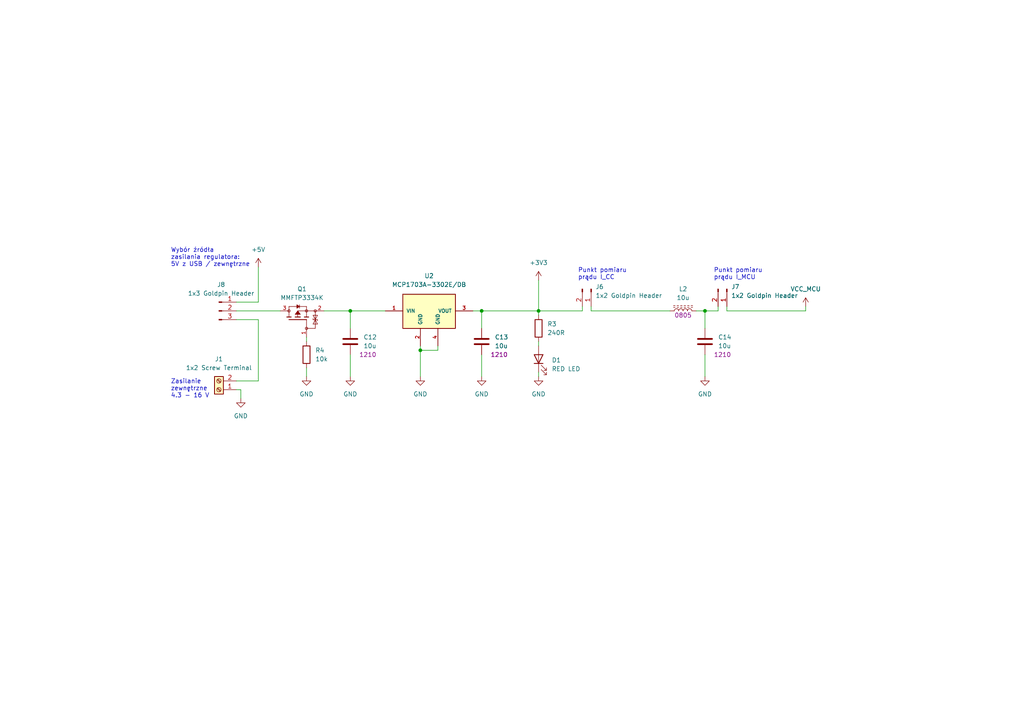
<source format=kicad_sch>
(kicad_sch (version 20250114) (generator "eeschema") (generator_version "9.0")
  (paper "A4")
  (title_block (title "ATXMEGA256 Miniboard") (date "2025-03-19") (rev "1.1") (company "Koło Naukowe Mikrosystemów ONYKS") (comment 1 "Szymon Bartosik, Mateusz Turycz") (comment 3 "Wszytskie elementy RLC są w obudowach SMD 0603 o ile nie \\n zaznaczono inaczej."))
  (lib_symbols
    (symbol "Connector:Conn_01x02_Pin" (pin_names (offset 1.016) (hide yes))
      (property "Reference" "J" (at 0 2.54 0))
      (property "Value" "Conn_01x02_Pin" (at 0 -5.08 0))
      (symbol "Conn_01x02_Pin_1_1"
        (rectangle (start 0.8636 0.127) (end 0 -0.127) (stroke (width 0.1524)) (fill (type outline)))
        (rectangle (start 0.8636 -2.413) (end 0 -2.667) (stroke (width 0.1524)) (fill (type outline)))
        (polyline (pts (xy 1.27 0) (xy 0.8636 0)) (stroke (width 0.1524)))
        (polyline (pts (xy 1.27 -2.54) (xy 0.8636 -2.54)) (stroke (width 0.1524)))
        (pin passive line (at 5.08 0 180) (length 3.81) (name "Pin_1") (number "1"))
        (pin passive line (at 5.08 -2.54 180) (length 3.81) (name "Pin_2") (number "2"))
      )
    )
    (symbol "Connector:Conn_01x03_Pin" (pin_names (offset 1.016) (hide yes))
      (property "Reference" "J" (at 0 5.08 0))
      (property "Value" "Conn_01x03_Pin" (at 0 -5.08 0))
      (symbol "Conn_01x03_Pin_1_1"
        (rectangle (start 0.8636 2.667) (end 0 2.413) (stroke (width 0.1524)) (fill (type outline)))
        (rectangle (start 0.8636 0.127) (end 0 -0.127) (stroke (width 0.1524)) (fill (type outline)))
        (rectangle (start 0.8636 -2.413) (end 0 -2.667) (stroke (width 0.1524)) (fill (type outline)))
        (polyline (pts (xy 1.27 2.54) (xy 0.8636 2.54)) (stroke (width 0.1524)))
        (polyline (pts (xy 1.27 0) (xy 0.8636 0)) (stroke (width 0.1524)))
        (polyline (pts (xy 1.27 -2.54) (xy 0.8636 -2.54)) (stroke (width 0.1524)))
        (pin passive line (at 5.08 2.54 180) (length 3.81) (name "Pin_1") (number "1"))
        (pin passive line (at 5.08 0 180) (length 3.81) (name "Pin_2") (number "2"))
        (pin passive line (at 5.08 -2.54 180) (length 3.81) (name "Pin_3") (number "3"))
      )
    )
    (symbol "Connector:Screw_Terminal_01x02" (pin_names (offset 1.016) (hide yes))
      (property "Reference" "J" (at 0 2.54 0))
      (property "Value" "Screw_Terminal_01x02" (at 0 -5.08 0))
      (symbol "Screw_Terminal_01x02_1_1"
        (rectangle (start -1.27 1.27) (end 1.27 -3.81) (stroke (width 0.254)) (fill (type background)))
        (polyline (pts (xy -0.5334 0.3302) (xy 0.3302 -0.508)) (stroke (width 0.1524)))
        (polyline (pts (xy -0.5334 -2.2098) (xy 0.3302 -3.048)) (stroke (width 0.1524)))
        (polyline (pts (xy -0.3556 0.508) (xy 0.508 -0.3302)) (stroke (width 0.1524)))
        (polyline (pts (xy -0.3556 -2.032) (xy 0.508 -2.8702)) (stroke (width 0.1524)))
        (circle (center 0 0) (radius 0.635) (stroke (width 0.1524)))
        (circle (center 0 -2.54) (radius 0.635) (stroke (width 0.1524)))
        (pin passive line (at -5.08 0 0) (length 3.81) (name "Pin_1") (number "1"))
        (pin passive line (at -5.08 -2.54 0) (length 3.81) (name "Pin_2") (number "2"))
      )
    )
    (symbol "Device:C" (pin_numbers (hide yes)) (pin_names (offset 0.254))
      (property "Reference" "C" (at 0.635 2.54 0))
      (property "Value" "C" (at 0.635 -2.54 0))
      (symbol "C_0_1"
        (polyline (pts (xy -2.032 0.762) (xy 2.032 0.762)) (stroke (width 0.508)))
        (polyline (pts (xy -2.032 -0.762) (xy 2.032 -0.762)) (stroke (width 0.508)))
      )
      (symbol "C_1_1"
        (pin passive line (at 0 3.81 270) (length 2.794) (name "~") (number "1"))
        (pin passive line (at 0 -3.81 90) (length 2.794) (name "~") (number "2"))
      )
    )
    (symbol "Device:LED" (pin_numbers (hide yes)) (pin_names (offset 1.016) (hide yes))
      (property "Reference" "D" (at 0 2.54 0))
      (property "Value" "LED" (at 0 -2.54 0))
      (symbol "LED_0_1"
        (polyline (pts (xy -3.048 -0.762) (xy -4.572 -2.286) (xy -3.81 -2.286) (xy -4.572 -2.286) (xy -4.572 -1.524)))
        (polyline (pts (xy -1.778 -0.762) (xy -3.302 -2.286) (xy -2.54 -2.286) (xy -3.302 -2.286) (xy -3.302 -1.524)))
        (polyline (pts (xy -1.27 0) (xy 1.27 0)))
        (polyline (pts (xy -1.27 -1.27) (xy -1.27 1.27)) (stroke (width 0.254)))
        (polyline (pts (xy 1.27 -1.27) (xy 1.27 1.27) (xy -1.27 0) (xy 1.27 -1.27)) (stroke (width 0.254)))
      )
      (symbol "LED_1_1"
        (pin passive line (at -3.81 0 0) (length 2.54) (name "K") (number "1"))
        (pin passive line (at 3.81 0 180) (length 2.54) (name "A") (number "2"))
      )
    )
    (symbol "Device:L_Ferrite" (pin_numbers (hide yes)) (pin_names (offset 1.016) (hide yes))
      (property "Reference" "L" (at -1.27 0 90))
      (property "Value" "L_Ferrite" (at 2.794 0 90))
      (symbol "L_Ferrite_0_1"
        (arc (start 0 2.54) (mid 0.6323 1.905) (end 0 1.27))
        (arc (start 0 1.27) (mid 0.6323 0.635) (end 0 0))
        (arc (start 0 0) (mid 0.6323 -0.635) (end 0 -1.27))
        (arc (start 0 -1.27) (mid 0.6323 -1.905) (end 0 -2.54))
        (polyline (pts (xy 1.016 2.286) (xy 1.016 2.794)))
        (polyline (pts (xy 1.016 1.27) (xy 1.016 1.778)))
        (polyline (pts (xy 1.016 0.254) (xy 1.016 0.762)))
        (polyline (pts (xy 1.016 -0.762) (xy 1.016 -0.254)))
        (polyline (pts (xy 1.016 -1.778) (xy 1.016 -1.27)))
        (polyline (pts (xy 1.016 -2.794) (xy 1.016 -2.286)))
        (polyline (pts (xy 1.524 2.794) (xy 1.524 2.286)))
        (polyline (pts (xy 1.524 1.778) (xy 1.524 1.27)))
        (polyline (pts (xy 1.524 0.762) (xy 1.524 0.254)))
        (polyline (pts (xy 1.524 -0.254) (xy 1.524 -0.762)))
        (polyline (pts (xy 1.524 -1.27) (xy 1.524 -1.778)))
        (polyline (pts (xy 1.524 -2.286) (xy 1.524 -2.794)))
      )
      (symbol "L_Ferrite_1_1"
        (pin passive line (at 0 3.81 270) (length 1.27) (name "1") (number "1"))
        (pin passive line (at 0 -3.81 90) (length 1.27) (name "2") (number "2"))
      )
    )
    (symbol "Device:R" (pin_numbers (hide yes)) (pin_names (offset 0))
      (property "Reference" "R" (at 2.032 0 90))
      (property "Value" "R" (at 0 0 90))
      (symbol "R_0_1"
        (rectangle (start -1.016 -2.54) (end 1.016 2.54) (stroke (width 0.254)))
      )
      (symbol "R_1_1"
        (pin passive line (at 0 3.81 270) (length 1.27) (name "~") (number "1"))
        (pin passive line (at 0 -3.81 90) (length 1.27) (name "~") (number "2"))
      )
    )
    (symbol "MCP1703A-3302E_DB:MCP1703A-3302E_DB" (pin_names (offset 1.016))
      (property "Reference" "U" (at -1.524 7.62 0))
      (property "Value" "MCP1703A-3302E_DB" (at -10.414 5.588 0))
      (symbol "MCP1703A-3302E_DB_1_0"
        (pin power_in line (at -12.7 0 0) (length 5.08) (name "VIN") (number "1"))
        (pin passive line (at -2.54 -10.16 90) (length 5.08) (name "GND") (number "2"))
        (pin passive line (at 2.54 -10.16 90) (length 5.08) (name "GND") (number "4"))
        (pin power_out line (at 12.7 0 180) (length 5.08) (name "VOUT") (number "3"))
      )
      (symbol "MCP1703A-3302E_DB_1_1"
        (rectangle (start -7.62 4.826) (end 7.62 -5.08) (stroke (width 0.254)) (fill (type background)))
      )
    )
    (symbol "MMFTP3334K:MMFTP3334K" (pin_names (offset 1.016))
      (property "Reference" "Q" (at 5.08 1.27 0))
      (property "Value" "MMFTP3334K" (at 5.08 -1.27 0))
      (symbol "MMFTP3334K_0_0"
        (polyline (pts (xy -2.54 5.08) (xy 2.54 5.08)) (stroke (width 0.1524)))
        (circle (center -2.54 2.54) (radius 0.3592))
        (polyline (pts (xy -2.54 2.54) (xy -2.54 5.08)) (stroke (width 0.1524)))
        (polyline (pts (xy -2.54 2.54) (xy 0 2.54)) (stroke (width 0.1524)))
        (polyline (pts (xy -1.27 5.715) (xy 0 5.08)) (stroke (width 0.1524)))
        (polyline (pts (xy -1.27 4.445) (xy -1.27 5.715)) (stroke (width 0.1524)))
        (polyline (pts (xy 0 5.715) (xy -0.3175 5.715)) (stroke (width 0.1524)))
        (polyline (pts (xy 0 5.08) (xy -1.27 4.445)) (stroke (width 0.1524)))
        (polyline (pts (xy 0 5.08) (xy 1.27 4.445)) (stroke (width 0.1524)))
        (polyline (pts (xy 0 4.445) (xy 0 5.715)) (stroke (width 0.1524)))
        (polyline (pts (xy 0 4.445) (xy 0.3175 4.445)) (stroke (width 0.1524)))
        (polyline (pts (xy 0 -2.54) (xy 0 2.54)) (stroke (width 0.254)))
        (polyline (pts (xy 0.762 2.54) (xy 0.762 3.175)) (stroke (width 0.254)))
        (polyline (pts (xy 0.762 1.905) (xy 0.762 2.54)) (stroke (width 0.254)))
        (polyline (pts (xy 0.762 0) (xy 0.762 0.762)) (stroke (width 0.254)))
        (polyline (pts (xy 0.762 0) (xy 2.54 0)) (stroke (width 0.1524)))
        (polyline (pts (xy 0.762 -0.762) (xy 0.762 0)) (stroke (width 0.254)))
        (polyline (pts (xy 0.762 -2.54) (xy 0.762 -1.905)) (stroke (width 0.254)))
        (polyline (pts (xy 0.762 -2.54) (xy 3.81 -2.54)) (stroke (width 0.1524)))
        (polyline (pts (xy 0.762 -3.175) (xy 0.762 -2.54)) (stroke (width 0.254)))
        (polyline (pts (xy 1.27 5.715) (xy 0 5.08)) (stroke (width 0.1524)))
        (polyline (pts (xy 1.27 4.445) (xy 1.27 5.715)) (stroke (width 0.1524)))
        (polyline (pts (xy 2.54 5.08) (xy 2.54 2.54)) (stroke (width 0.1524)))
        (circle (center 2.54 5.08) (radius 0.3592))
        (polyline (pts (xy 2.54 2.54) (xy 0.762 2.54)) (stroke (width 0.1524)))
        (polyline (pts (xy 2.54 2.54) (xy 3.81 2.54)) (stroke (width 0.1524)))
        (circle (center 2.54 2.54) (radius 0.3592))
        (polyline (pts (xy 2.54 0) (xy 2.54 2.54)) (stroke (width 0.1524)))
        (polyline (pts (xy 2.54 0) (xy 1.524 0.762) (xy 1.524 -0.762) (xy 2.54 0)) (stroke (width 0.1524)) (fill (type outline)))
        (circle (center 2.54 -2.54) (radius 0.3592))
        (polyline (pts (xy 3.302 0.508) (xy 3.81 0.508)) (stroke (width 0.1524)))
        (polyline (pts (xy 3.81 0.508) (xy 3.81 2.54)) (stroke (width 0.1524)))
        (polyline (pts (xy 3.81 0.508) (xy 4.318 0.508)) (stroke (width 0.1524)))
        (polyline (pts (xy 3.81 0.508) (xy 4.318 -0.254) (xy 3.302 -0.254) (xy 3.81 0.508)) (stroke (width 0.1524)) (fill (type outline)))
        (polyline (pts (xy 3.81 -2.54) (xy 3.81 0.508)) (stroke (width 0.1524)))
        (pin passive line (at -5.08 2.54 0) (length 2.54) (name "~") (number "1"))
        (pin passive line (at 2.54 7.62 270) (length 2.54) (name "~") (number "2"))
        (pin passive line (at 2.54 -5.08 90) (length 2.54) (name "~") (number "3"))
      )
    )
    (symbol "power:+3V3" (power) (pin_names (offset 0))
      (property "Value" "+3V3" (at 0 3.556 0))
      (symbol "+3V3_0_1"
        (polyline (pts (xy -0.762 1.27) (xy 0 2.54)))
        (polyline (pts (xy 0 2.54) (xy 0.762 1.27)))
        (polyline (pts (xy 0 0) (xy 0 2.54)))
      )
      (symbol "+3V3_1_1"
        (pin power_in line (at 0 0 90) (length 0) (hide yes) (name "+3V3") (number "1"))
      )
    )
    (symbol "power:+5V" (power) (pin_names (offset 0))
      (property "Value" "+5V" (at 0 3.556 0))
      (symbol "+5V_0_1"
        (polyline (pts (xy -0.762 1.27) (xy 0 2.54)))
        (polyline (pts (xy 0 2.54) (xy 0.762 1.27)))
        (polyline (pts (xy 0 0) (xy 0 2.54)))
      )
      (symbol "+5V_1_1"
        (pin power_in line (at 0 0 90) (length 0) (hide yes) (name "+5V") (number "1"))
      )
    )
    (symbol "power:GND" (power) (pin_names (offset 0))
      (property "Value" "GND" (at 0 -3.81 0))
      (symbol "GND_0_1"
        (polyline (pts (xy 0 0) (xy 0 -1.27) (xy 1.27 -1.27) (xy 0 -2.54) (xy -1.27 -1.27) (xy 0 -1.27)))
      )
      (symbol "GND_1_1"
        (pin power_in line (at 0 0 270) (length 0) (hide yes) (name "GND") (number "1"))
      )
    )
  )
  (text "Punkt pomiaru \nprądu I_MCU" (at 207.01 81.28 0) (effects (font (size 1.27 1.27)) (justify left bottom)))
  (text "Punkt pomiaru \nprądu I_CC" (at 167.64 81.28 0) (effects (font (size 1.27 1.27)) (justify left bottom)))
  (text "Wybór źródła \nzasilania regulatora:\n5V z USB / zewnętrzne" (at 49.53 77.47 0) (effects (font (size 1.27 1.27)) (justify left bottom)))
  (text "Zasilanie\nzewnętrzne\n4.3 - 16 V" (at 49.53 115.57 0) (effects (font (size 1.27 1.27)) (justify left bottom)))
  (junction (at 204.47 90.17))
  (junction (at 101.6 90.17))
  (junction (at 156.21 90.17))
  (junction (at 139.7 90.17))
  (junction (at 121.92 101.6))
  (wire (pts (xy 121.92 101.6) (xy 121.92 109.22)))
  (wire (pts (xy 204.47 90.17) (xy 208.28 90.17)))
  (wire (pts (xy 156.21 81.28) (xy 156.21 90.17)))
  (wire (pts (xy 233.68 88.9) (xy 233.68 90.17)))
  (wire (pts (xy 74.93 87.63) (xy 68.58 87.63)))
  (wire (pts (xy 210.82 90.17) (xy 210.82 88.9)))
  (wire (pts (xy 168.91 90.17) (xy 156.21 90.17)))
  (wire (pts (xy 101.6 102.87) (xy 101.6 109.22)))
  (wire (pts (xy 156.21 107.95) (xy 156.21 109.22)))
  (wire (pts (xy 121.92 100.33) (xy 121.92 101.6)))
  (wire (pts (xy 101.6 90.17) (xy 111.76 90.17)))
  (wire (pts (xy 101.6 90.17) (xy 101.6 95.25)))
  (wire (pts (xy 210.82 90.17) (xy 233.68 90.17)))
  (wire (pts (xy 68.58 90.17) (xy 81.28 90.17)))
  (wire (pts (xy 208.28 90.17) (xy 208.28 88.9)))
  (wire (pts (xy 137.16 90.17) (xy 139.7 90.17)))
  (wire (pts (xy 68.58 110.49) (xy 74.93 110.49)))
  (wire (pts (xy 74.93 77.47) (xy 74.93 87.63)))
  (wire (pts (xy 74.93 92.71) (xy 68.58 92.71)))
  (wire (pts (xy 74.93 110.49) (xy 74.93 92.71)))
  (wire (pts (xy 156.21 90.17) (xy 139.7 90.17)))
  (wire (pts (xy 139.7 90.17) (xy 139.7 95.25)))
  (wire (pts (xy 88.9 97.79) (xy 88.9 99.06)))
  (wire (pts (xy 156.21 91.44) (xy 156.21 90.17)))
  (wire (pts (xy 204.47 90.17) (xy 201.93 90.17)))
  (wire (pts (xy 88.9 106.68) (xy 88.9 109.22)))
  (wire (pts (xy 139.7 102.87) (xy 139.7 109.22)))
  (wire (pts (xy 204.47 102.87) (xy 204.47 109.22)))
  (wire (pts (xy 93.98 90.17) (xy 101.6 90.17)))
  (wire (pts (xy 171.45 90.17) (xy 171.45 88.9)))
  (wire (pts (xy 204.47 95.25) (xy 204.47 90.17)))
  (wire (pts (xy 69.85 113.03) (xy 68.58 113.03)))
  (wire (pts (xy 171.45 90.17) (xy 194.31 90.17)))
  (wire (pts (xy 69.85 115.57) (xy 69.85 113.03)))
  (wire (pts (xy 168.91 88.9) (xy 168.91 90.17)))
  (wire (pts (xy 121.92 101.6) (xy 127 101.6)))
  (wire (pts (xy 156.21 100.33) (xy 156.21 99.06)))
  (wire (pts (xy 127 100.33) (xy 127 101.6)))
  (symbol (lib_id "Device:R") (at 88.9 102.87 0) (unit 1)
    (property "Reference" "R4" (at 91.44 101.6 0) (effects (justify left)))
    (property "Value" "10k" (at 91.44 104.14 0) (effects (justify left)))
    (property "Footprint" "Resistor_SMD:R_0603_1608Metric_Pad0.98x0.95mm_HandSolder" (effects (hide yes)))
    (property "Part Number" "0603SAJ0103T5E" (effects (hide yes)))
    (property "Manufacturer" "ROYAL OHM" (effects (hide yes)))
    (property "Package" "0603" (effects (hide yes)))
  )
  (symbol (lib_id "power:GND") (at 121.92 109.22 0) (unit 1)
    (property "Reference" "#PWR020" (effects (hide yes)))
    (property "Value" "GND" (at 121.92 114.3 0))
  )
  (symbol (lib_id "Device:C") (at 139.7 99.06 180) (unit 1)
    (property "Reference" "C13" (at 143.51 97.79 0) (effects (justify right)))
    (property "Value" "10u" (at 143.51 100.33 0) (effects (justify right)))
    (property "Footprint" "Capacitor_SMD:C_1210_3225Metric_Pad1.33x2.70mm_HandSolder" (effects (hide yes)))
    (property "Part Number" "C1210C106K4RAC" (effects (hide yes)))
    (property "Manufacturer" "KEMET" (effects (hide yes)))
    (property "Package" "1210" (at 144.78 102.87 0))
  )
  (symbol (lib_id "MCP1703A-3302E_DB:MCP1703A-3302E_DB") (at 124.46 90.17 0) (unit 1)
    (property "Reference" "U2" (at 124.46 80.01 0))
    (property "Value" "MCP1703A-3302E/DB" (at 124.46 82.55 0))
    (property "Footprint" "MCP1703A-3302E:SOT230P700X180-4N" (effects (hide yes)))
    (property "Part Number" "MCP1703A-3302E/DB" (effects (hide yes)))
    (property "Manufacturer" "Microchip" (effects (hide yes)))
    (property "Package" "SOT-223-3" (effects (hide yes)))
  )
  (symbol (lib_id "Device:C") (at 204.47 99.06 180) (unit 1)
    (property "Reference" "C14" (at 208.28 97.79 0) (effects (justify right)))
    (property "Value" "10u" (at 208.28 100.33 0) (effects (justify right)))
    (property "Footprint" "Capacitor_SMD:C_1210_3225Metric_Pad1.33x2.70mm_HandSolder" (effects (hide yes)))
    (property "Part Number" "C1210C106K4RAC" (effects (hide yes)))
    (property "Manufacturer" "KEMET" (effects (hide yes)))
    (property "Package" "1210" (at 209.55 102.87 0))
  )
  (symbol (lib_id "Device:R") (at 156.21 95.25 0) (unit 1)
    (property "Reference" "R3" (at 158.75 93.98 0) (effects (justify left)))
    (property "Value" "240R" (at 158.75 96.52 0) (effects (justify left)))
    (property "Footprint" "Resistor_SMD:R_0805_2012Metric_Pad1.20x1.40mm_HandSolder" (effects (hide yes)))
    (property "Part Number" "0805S8J0241T5E" (effects (hide yes)))
    (property "Manufacturer" "ROYAL OHM" (effects (hide yes)))
    (property "Package" "0805" (effects (hide yes)))
  )
  (symbol (lib_id "Connector:Conn_01x02_Pin") (at 171.45 83.82 270) (unit 1)
    (property "Reference" "J6" (at 172.72 83.185 90) (effects (justify left)))
    (property "Value" "1x2 Goldpin Header" (at 172.72 85.725 90) (effects (justify left)))
    (property "Footprint" "Connector_PinHeader_2.54mm:PinHeader_1x02_P2.54mm_Vertical" (effects (hide yes)))
    (property "Part Number" "DS1021-1X2SF162-B" (effects (hide yes)))
    (property "Manufacturer" "CONNFLY" (effects (hide yes)))
  )
  (symbol (lib_id "Device:C") (at 101.6 99.06 180) (unit 1)
    (property "Reference" "C12" (at 105.41 97.79 0) (effects (justify right)))
    (property "Value" "10u" (at 105.41 100.33 0) (effects (justify right)))
    (property "Footprint" "Capacitor_SMD:C_1210_3225Metric_Pad1.33x2.70mm_HandSolder" (effects (hide yes)))
    (property "Part Number" "C1210C106K4RAC" (effects (hide yes)))
    (property "Manufacturer" "KEMET" (effects (hide yes)))
    (property "Package" "1210" (at 106.68 102.87 0))
  )
  (symbol (lib_id "Connector:Conn_01x02_Pin") (at 210.82 83.82 270) (unit 1)
    (property "Reference" "J7" (at 212.09 83.185 90) (effects (justify left)))
    (property "Value" "1x2 Goldpin Header" (at 212.09 85.725 90) (effects (justify left)))
    (property "Footprint" "Connector_PinHeader_2.54mm:PinHeader_1x02_P2.54mm_Vertical" (effects (hide yes)))
    (property "Part Number" "DS1021-1X2SF162-B" (effects (hide yes)))
    (property "Manufacturer" "CONNFLY" (effects (hide yes)))
  )
  (symbol (lib_id "Connector:Conn_01x03_Pin") (at 63.5 90.17 0) (unit 1)
    (property "Reference" "J8" (at 64.135 82.55 0))
    (property "Value" "1x3 Goldpin Header" (at 64.135 85.09 0))
    (property "Footprint" "Connector_PinHeader_2.54mm:PinHeader_1x03_P2.54mm_Vertical" (effects (hide yes)))
    (property "Part Number" "DS1021-1X3SF182-B" (effects (hide yes)))
    (property "Manufacturer" "CONNFLY" (effects (hide yes)))
  )
  (symbol (lib_id "power:GND") (at 156.21 109.22 0) (unit 1)
    (property "Reference" "#PWR022" (effects (hide yes)))
    (property "Value" "GND" (at 156.21 114.3 0))
  )
  (symbol (lib_id "Device:L_Ferrite") (at 198.12 90.17 90) (unit 1)
    (property "Reference" "L2" (at 198.12 83.82 90))
    (property "Value" "10u" (at 198.12 86.36 90))
    (property "Footprint" "Inductor_SMD:L_0805_2012Metric_Pad1.05x1.20mm_HandSolder" (effects (hide yes)))
    (property "Part Number" "MLZ2012M100HT000" (effects (hide yes)))
    (property "Manufacturer" "TDK" (effects (hide yes)))
    (property "Package" "0805" (at 198.12 91.44 90))
  )
  (symbol (lib_id "Connector:Screw_Terminal_01x02") (at 63.5 113.03 180) (unit 1)
    (property "Reference" "J1" (at 63.5 104.14 0))
    (property "Value" "1x2 Screw Terminal" (at 63.5 106.68 0))
    (property "Footprint" "TerminalBlock:TerminalBlock_bornier-2_P5.08mm" (effects (hide yes)))
    (property "Part Number" "DG381-3.5-02P-13-00AH" (effects (hide yes)))
    (property "Manufacturer" "DEGSON ELECTRONICS" (effects (hide yes)))
  )
  (symbol (lib_id "power:+3V3") (at 233.68 88.9 0) (unit 1)
    (property "Reference" "#PWR034" (effects (hide yes)))
    (property "Value" "VCC_MCU" (at 233.68 83.82 0))
  )
  (symbol (lib_id "power:GND") (at 69.85 115.57 0) (unit 1)
    (property "Reference" "#PWR01" (effects (hide yes)))
    (property "Value" "GND" (at 69.85 120.65 0))
  )
  (symbol (lib_id "Device:LED") (at 156.21 104.14 90) (unit 1)
    (property "Reference" "D1" (at 160.02 104.4575 90) (effects (justify right)))
    (property "Value" "RED LED" (at 160.02 106.9975 90) (effects (justify right)))
    (property "Footprint" "LED_SMD:LED_0805_2012Metric_Pad1.15x1.40mm_HandSolder" (effects (hide yes)))
    (property "Part Number" "LTST-C171KRKT" (effects (hide yes)))
    (property "Manufacturer" "LITEON" (effects (hide yes)))
    (property "Package" "0805" (effects (hide yes)))
  )
  (symbol (lib_id "power:GND") (at 101.6 109.22 0) (unit 1)
    (property "Reference" "#PWR019" (effects (hide yes)))
    (property "Value" "GND" (at 101.6 114.3 0))
  )
  (symbol (lib_id "power:+5V") (at 74.93 77.47 0) (unit 1)
    (property "Reference" "#PWR016" (effects (hide yes)))
    (property "Value" "+5V" (at 74.93 72.39 0))
  )
  (symbol (lib_id "power:GND") (at 204.47 109.22 0) (unit 1)
    (property "Reference" "#PWR023" (effects (hide yes)))
    (property "Value" "GND" (at 204.47 114.3 0))
  )
  (symbol (lib_id "MMFTP3334K:MMFTP3334K") (at 86.36 92.71 270) (mirror x) (unit 1)
    (property "Reference" "Q1" (at 87.6046 83.82 90))
    (property "Value" "MMFTP3334K" (at 87.6046 86.36 90))
    (property "Footprint" "MMFTP3334K:TRANS_MMFTP3334K" (effects (hide yes)))
    (property "Part Number" "MMFTP3334K" (effects (hide yes)))
    (property "Manufacturet" "DIOTEC SEMICONDUCTOR" (effects (hide yes)))
    (property "Package" "SOT-23-3" (effects (hide yes)))
  )
  (symbol (lib_id "power:+3V3") (at 156.21 81.28 0) (unit 1)
    (property "Reference" "#PWR017" (effects (hide yes)))
    (property "Value" "+3V3" (at 156.21 76.2 0))
  )
  (symbol (lib_id "power:GND") (at 88.9 109.22 0) (unit 1)
    (property "Reference" "#PWR018" (effects (hide yes)))
    (property "Value" "GND" (at 88.9 114.3 0))
  )
  (symbol (lib_id "power:GND") (at 139.7 109.22 0) (unit 1)
    (property "Reference" "#PWR021" (effects (hide yes)))
    (property "Value" "GND" (at 139.7 114.3 0))
  )
)
</source>
